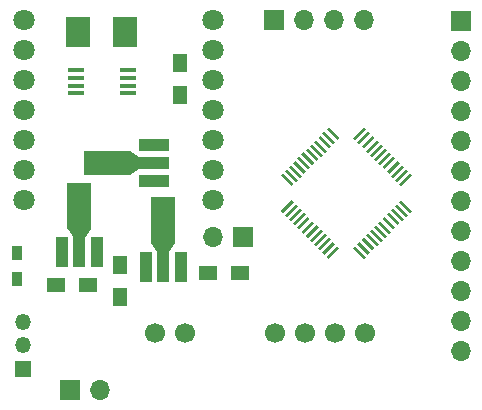
<source format=gts>
G04 #@! TF.GenerationSoftware,KiCad,Pcbnew,(5.1.10-1-10_14)*
G04 #@! TF.CreationDate,2022-02-17T23:12:15-06:00*
G04 #@! TF.ProjectId,OpenEstim++,4f70656e-4573-4746-996d-2b2b2e6b6963,rev?*
G04 #@! TF.SameCoordinates,Original*
G04 #@! TF.FileFunction,Soldermask,Top*
G04 #@! TF.FilePolarity,Negative*
%FSLAX46Y46*%
G04 Gerber Fmt 4.6, Leading zero omitted, Abs format (unit mm)*
G04 Created by KiCad (PCBNEW (5.1.10-1-10_14)) date 2022-02-17 23:12:15*
%MOMM*%
%LPD*%
G01*
G04 APERTURE LIST*
%ADD10R,1.500000X1.300000*%
%ADD11R,1.450000X0.450000*%
%ADD12C,1.800000*%
%ADD13R,1.350000X1.350000*%
%ADD14O,1.350000X1.350000*%
%ADD15R,1.300000X1.500000*%
%ADD16R,1.700000X1.700000*%
%ADD17O,1.700000X1.700000*%
%ADD18R,0.900000X1.200000*%
%ADD19R,2.000000X2.500000*%
%ADD20R,1.000000X2.500000*%
%ADD21R,2.000000X4.000000*%
%ADD22C,0.100000*%
%ADD23R,2.500000X1.000000*%
%ADD24R,4.000000X2.000000*%
%ADD25C,1.700000*%
G04 APERTURE END LIST*
D10*
X61050000Y-53650000D03*
X58350000Y-53650000D03*
D11*
X60050000Y-35475000D03*
X60050000Y-36125000D03*
X60050000Y-36775000D03*
X60050000Y-37425000D03*
X64450000Y-37425000D03*
X64450000Y-36775000D03*
X64450000Y-36125000D03*
X64450000Y-35475000D03*
D12*
X55650000Y-46470000D03*
X71650000Y-46470000D03*
X55650000Y-43930000D03*
X71650000Y-43930000D03*
X55650000Y-41390000D03*
X71650000Y-41390000D03*
X55650000Y-38850000D03*
X71650000Y-38850000D03*
X55650000Y-36310000D03*
X71650000Y-36310000D03*
X55650000Y-33770000D03*
X71650000Y-33770000D03*
X55650000Y-31230000D03*
X71650000Y-31230000D03*
D13*
X55600000Y-60750000D03*
D14*
X55600000Y-58750000D03*
X55600000Y-56750000D03*
D10*
X73950000Y-52600000D03*
X71250000Y-52600000D03*
D15*
X68850000Y-37550000D03*
X68850000Y-34850000D03*
X63800000Y-54650000D03*
X63800000Y-51950000D03*
D16*
X76850000Y-31200000D03*
D17*
X79390000Y-31200000D03*
X81930000Y-31200000D03*
X84470000Y-31200000D03*
D16*
X92650000Y-31250000D03*
D17*
X92650000Y-33790000D03*
X92650000Y-36330000D03*
X92650000Y-38870000D03*
X92650000Y-41410000D03*
X92650000Y-43950000D03*
X92650000Y-46490000D03*
X92650000Y-49030000D03*
X92650000Y-51570000D03*
X92650000Y-54110000D03*
X92650000Y-56650000D03*
X92650000Y-59190000D03*
X62100000Y-62550000D03*
D16*
X59560000Y-62550000D03*
X74200000Y-49550000D03*
D17*
X71660000Y-49550000D03*
D18*
X55050000Y-50950000D03*
X55050000Y-53150000D03*
D19*
X64250000Y-32250000D03*
X60250000Y-32250000D03*
D20*
X65950000Y-52080000D03*
X67450000Y-52080000D03*
X68950000Y-52080000D03*
D21*
X67450000Y-48120000D03*
D22*
G36*
X68450000Y-50095000D02*
G01*
X67950000Y-50845000D01*
X66950000Y-50845000D01*
X66450000Y-50095000D01*
X68450000Y-50095000D01*
G37*
D23*
X66660000Y-44800000D03*
X66660000Y-43300000D03*
X66660000Y-41800000D03*
D24*
X62700000Y-43300000D03*
D22*
G36*
X64675000Y-42300000D02*
G01*
X65425000Y-42800000D01*
X65425000Y-43800000D01*
X64675000Y-44300000D01*
X64675000Y-42300000D01*
G37*
D20*
X58850000Y-50880000D03*
X60350000Y-50880000D03*
X61850000Y-50880000D03*
D21*
X60350000Y-46920000D03*
D22*
G36*
X61350000Y-48895000D02*
G01*
X60850000Y-49645000D01*
X59850000Y-49645000D01*
X59350000Y-48895000D01*
X61350000Y-48895000D01*
G37*
D25*
X84490000Y-57750000D03*
X81950000Y-57750000D03*
X79410000Y-57750000D03*
X76870000Y-57750000D03*
X69250000Y-57750000D03*
X66710000Y-57750000D03*
D22*
G36*
X81270621Y-40458311D02*
G01*
X81447398Y-40281534D01*
X82366637Y-41200773D01*
X82189860Y-41377550D01*
X81270621Y-40458311D01*
G37*
G36*
X80917068Y-40811864D02*
G01*
X81093845Y-40635087D01*
X82013084Y-41554326D01*
X81836307Y-41731103D01*
X80917068Y-40811864D01*
G37*
G36*
X80563514Y-41165418D02*
G01*
X80740291Y-40988641D01*
X81659530Y-41907880D01*
X81482753Y-42084657D01*
X80563514Y-41165418D01*
G37*
G36*
X80209961Y-41518971D02*
G01*
X80386738Y-41342194D01*
X81305977Y-42261433D01*
X81129200Y-42438210D01*
X80209961Y-41518971D01*
G37*
G36*
X79856408Y-41872524D02*
G01*
X80033185Y-41695747D01*
X80952424Y-42614986D01*
X80775647Y-42791763D01*
X79856408Y-41872524D01*
G37*
G36*
X79502854Y-42226078D02*
G01*
X79679631Y-42049301D01*
X80598870Y-42968540D01*
X80422093Y-43145317D01*
X79502854Y-42226078D01*
G37*
G36*
X79149301Y-42579631D02*
G01*
X79326078Y-42402854D01*
X80245317Y-43322093D01*
X80068540Y-43498870D01*
X79149301Y-42579631D01*
G37*
G36*
X78795747Y-42933185D02*
G01*
X78972524Y-42756408D01*
X79891763Y-43675647D01*
X79714986Y-43852424D01*
X78795747Y-42933185D01*
G37*
G36*
X78442194Y-43286738D02*
G01*
X78618971Y-43109961D01*
X79538210Y-44029200D01*
X79361433Y-44205977D01*
X78442194Y-43286738D01*
G37*
G36*
X78088641Y-43640291D02*
G01*
X78265418Y-43463514D01*
X79184657Y-44382753D01*
X79007880Y-44559530D01*
X78088641Y-43640291D01*
G37*
G36*
X77735087Y-43993845D02*
G01*
X77911864Y-43817068D01*
X78831103Y-44736307D01*
X78654326Y-44913084D01*
X77735087Y-43993845D01*
G37*
G36*
X77381534Y-44347398D02*
G01*
X77558311Y-44170621D01*
X78477550Y-45089860D01*
X78300773Y-45266637D01*
X77381534Y-44347398D01*
G37*
G36*
X77558311Y-47529379D02*
G01*
X77381534Y-47352602D01*
X78300773Y-46433363D01*
X78477550Y-46610140D01*
X77558311Y-47529379D01*
G37*
G36*
X77911864Y-47882932D02*
G01*
X77735087Y-47706155D01*
X78654326Y-46786916D01*
X78831103Y-46963693D01*
X77911864Y-47882932D01*
G37*
G36*
X78265418Y-48236486D02*
G01*
X78088641Y-48059709D01*
X79007880Y-47140470D01*
X79184657Y-47317247D01*
X78265418Y-48236486D01*
G37*
G36*
X78618971Y-48590039D02*
G01*
X78442194Y-48413262D01*
X79361433Y-47494023D01*
X79538210Y-47670800D01*
X78618971Y-48590039D01*
G37*
G36*
X78972524Y-48943592D02*
G01*
X78795747Y-48766815D01*
X79714986Y-47847576D01*
X79891763Y-48024353D01*
X78972524Y-48943592D01*
G37*
G36*
X79326078Y-49297146D02*
G01*
X79149301Y-49120369D01*
X80068540Y-48201130D01*
X80245317Y-48377907D01*
X79326078Y-49297146D01*
G37*
G36*
X79679631Y-49650699D02*
G01*
X79502854Y-49473922D01*
X80422093Y-48554683D01*
X80598870Y-48731460D01*
X79679631Y-49650699D01*
G37*
G36*
X80033185Y-50004253D02*
G01*
X79856408Y-49827476D01*
X80775647Y-48908237D01*
X80952424Y-49085014D01*
X80033185Y-50004253D01*
G37*
G36*
X80386738Y-50357806D02*
G01*
X80209961Y-50181029D01*
X81129200Y-49261790D01*
X81305977Y-49438567D01*
X80386738Y-50357806D01*
G37*
G36*
X80740291Y-50711359D02*
G01*
X80563514Y-50534582D01*
X81482753Y-49615343D01*
X81659530Y-49792120D01*
X80740291Y-50711359D01*
G37*
G36*
X81093845Y-51064913D02*
G01*
X80917068Y-50888136D01*
X81836307Y-49968897D01*
X82013084Y-50145674D01*
X81093845Y-51064913D01*
G37*
G36*
X81447398Y-51418466D02*
G01*
X81270621Y-51241689D01*
X82189860Y-50322450D01*
X82366637Y-50499227D01*
X81447398Y-51418466D01*
G37*
G36*
X83533363Y-50499227D02*
G01*
X83710140Y-50322450D01*
X84629379Y-51241689D01*
X84452602Y-51418466D01*
X83533363Y-50499227D01*
G37*
G36*
X83886916Y-50145674D02*
G01*
X84063693Y-49968897D01*
X84982932Y-50888136D01*
X84806155Y-51064913D01*
X83886916Y-50145674D01*
G37*
G36*
X84240470Y-49792120D02*
G01*
X84417247Y-49615343D01*
X85336486Y-50534582D01*
X85159709Y-50711359D01*
X84240470Y-49792120D01*
G37*
G36*
X84594023Y-49438567D02*
G01*
X84770800Y-49261790D01*
X85690039Y-50181029D01*
X85513262Y-50357806D01*
X84594023Y-49438567D01*
G37*
G36*
X84947576Y-49085014D02*
G01*
X85124353Y-48908237D01*
X86043592Y-49827476D01*
X85866815Y-50004253D01*
X84947576Y-49085014D01*
G37*
G36*
X85301130Y-48731460D02*
G01*
X85477907Y-48554683D01*
X86397146Y-49473922D01*
X86220369Y-49650699D01*
X85301130Y-48731460D01*
G37*
G36*
X85654683Y-48377907D02*
G01*
X85831460Y-48201130D01*
X86750699Y-49120369D01*
X86573922Y-49297146D01*
X85654683Y-48377907D01*
G37*
G36*
X86008237Y-48024353D02*
G01*
X86185014Y-47847576D01*
X87104253Y-48766815D01*
X86927476Y-48943592D01*
X86008237Y-48024353D01*
G37*
G36*
X86361790Y-47670800D02*
G01*
X86538567Y-47494023D01*
X87457806Y-48413262D01*
X87281029Y-48590039D01*
X86361790Y-47670800D01*
G37*
G36*
X86715343Y-47317247D02*
G01*
X86892120Y-47140470D01*
X87811359Y-48059709D01*
X87634582Y-48236486D01*
X86715343Y-47317247D01*
G37*
G36*
X87068897Y-46963693D02*
G01*
X87245674Y-46786916D01*
X88164913Y-47706155D01*
X87988136Y-47882932D01*
X87068897Y-46963693D01*
G37*
G36*
X87422450Y-46610140D02*
G01*
X87599227Y-46433363D01*
X88518466Y-47352602D01*
X88341689Y-47529379D01*
X87422450Y-46610140D01*
G37*
G36*
X87599227Y-45266637D02*
G01*
X87422450Y-45089860D01*
X88341689Y-44170621D01*
X88518466Y-44347398D01*
X87599227Y-45266637D01*
G37*
G36*
X87245674Y-44913084D02*
G01*
X87068897Y-44736307D01*
X87988136Y-43817068D01*
X88164913Y-43993845D01*
X87245674Y-44913084D01*
G37*
G36*
X86892120Y-44559530D02*
G01*
X86715343Y-44382753D01*
X87634582Y-43463514D01*
X87811359Y-43640291D01*
X86892120Y-44559530D01*
G37*
G36*
X86538567Y-44205977D02*
G01*
X86361790Y-44029200D01*
X87281029Y-43109961D01*
X87457806Y-43286738D01*
X86538567Y-44205977D01*
G37*
G36*
X86185014Y-43852424D02*
G01*
X86008237Y-43675647D01*
X86927476Y-42756408D01*
X87104253Y-42933185D01*
X86185014Y-43852424D01*
G37*
G36*
X85831460Y-43498870D02*
G01*
X85654683Y-43322093D01*
X86573922Y-42402854D01*
X86750699Y-42579631D01*
X85831460Y-43498870D01*
G37*
G36*
X85477907Y-43145317D02*
G01*
X85301130Y-42968540D01*
X86220369Y-42049301D01*
X86397146Y-42226078D01*
X85477907Y-43145317D01*
G37*
G36*
X85124353Y-42791763D02*
G01*
X84947576Y-42614986D01*
X85866815Y-41695747D01*
X86043592Y-41872524D01*
X85124353Y-42791763D01*
G37*
G36*
X84770800Y-42438210D02*
G01*
X84594023Y-42261433D01*
X85513262Y-41342194D01*
X85690039Y-41518971D01*
X84770800Y-42438210D01*
G37*
G36*
X84417247Y-42084657D02*
G01*
X84240470Y-41907880D01*
X85159709Y-40988641D01*
X85336486Y-41165418D01*
X84417247Y-42084657D01*
G37*
G36*
X84063693Y-41731103D02*
G01*
X83886916Y-41554326D01*
X84806155Y-40635087D01*
X84982932Y-40811864D01*
X84063693Y-41731103D01*
G37*
G36*
X83710140Y-41377550D02*
G01*
X83533363Y-41200773D01*
X84452602Y-40281534D01*
X84629379Y-40458311D01*
X83710140Y-41377550D01*
G37*
M02*

</source>
